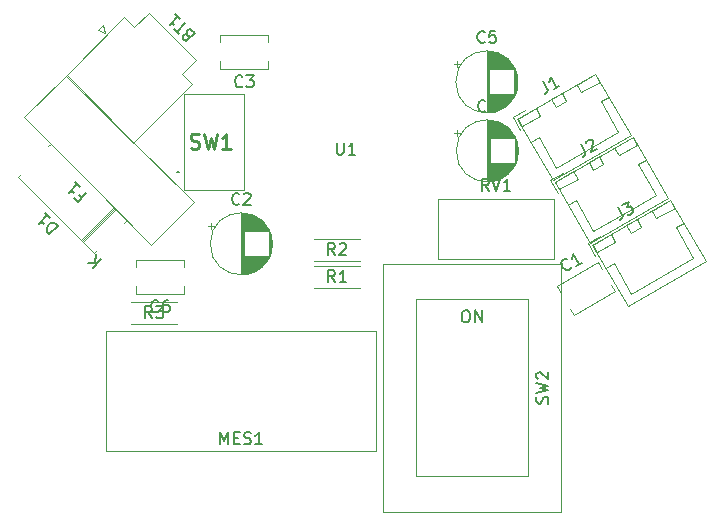
<source format=gbr>
G04 #@! TF.GenerationSoftware,KiCad,Pcbnew,(6.0.5)*
G04 #@! TF.CreationDate,2022-07-03T21:23:33+09:00*
G04 #@! TF.ProjectId,psu_board,7073755f-626f-4617-9264-2e6b69636164,rev?*
G04 #@! TF.SameCoordinates,Original*
G04 #@! TF.FileFunction,Legend,Top*
G04 #@! TF.FilePolarity,Positive*
%FSLAX46Y46*%
G04 Gerber Fmt 4.6, Leading zero omitted, Abs format (unit mm)*
G04 Created by KiCad (PCBNEW (6.0.5)) date 2022-07-03 21:23:33*
%MOMM*%
%LPD*%
G01*
G04 APERTURE LIST*
%ADD10C,0.150000*%
%ADD11C,0.254000*%
%ADD12C,0.120000*%
%ADD13C,0.200000*%
%ADD14C,0.100000*%
G04 APERTURE END LIST*
D10*
X124487397Y-102036565D02*
X124723099Y-102272268D01*
X125093489Y-101901878D02*
X124386382Y-102608985D01*
X124049664Y-102272268D01*
X124117008Y-100925398D02*
X124521069Y-101329459D01*
X124319038Y-101127428D02*
X123611932Y-101834535D01*
X123780290Y-101800863D01*
X123914977Y-101800863D01*
X124015993Y-101834535D01*
X122657583Y-104628035D02*
X121950477Y-105335142D01*
X121782118Y-105166783D01*
X121714774Y-105032096D01*
X121714774Y-104897409D01*
X121748446Y-104796394D01*
X121849461Y-104628035D01*
X121950477Y-104527020D01*
X122118835Y-104426005D01*
X122219851Y-104392333D01*
X122354538Y-104392333D01*
X122489225Y-104459676D01*
X122657583Y-104628035D01*
X121580087Y-103550539D02*
X121984148Y-103954600D01*
X121782118Y-103752569D02*
X121075011Y-104459676D01*
X121243370Y-104426005D01*
X121378057Y-104426005D01*
X121479072Y-104459676D01*
X126316020Y-107480368D02*
X125608913Y-108187475D01*
X125911959Y-107076307D02*
X125810944Y-107783414D01*
X125204852Y-107783414D02*
X126012974Y-107783414D01*
X146137333Y-107132380D02*
X145804000Y-106656190D01*
X145565904Y-107132380D02*
X145565904Y-106132380D01*
X145946857Y-106132380D01*
X146042095Y-106180000D01*
X146089714Y-106227619D01*
X146137333Y-106322857D01*
X146137333Y-106465714D01*
X146089714Y-106560952D01*
X146042095Y-106608571D01*
X145946857Y-106656190D01*
X145565904Y-106656190D01*
X146518285Y-106227619D02*
X146565904Y-106180000D01*
X146661142Y-106132380D01*
X146899238Y-106132380D01*
X146994476Y-106180000D01*
X147042095Y-106227619D01*
X147089714Y-106322857D01*
X147089714Y-106418095D01*
X147042095Y-106560952D01*
X146470666Y-107132380D01*
X147089714Y-107132380D01*
X158817333Y-89063142D02*
X158769714Y-89110761D01*
X158626857Y-89158380D01*
X158531619Y-89158380D01*
X158388761Y-89110761D01*
X158293523Y-89015523D01*
X158245904Y-88920285D01*
X158198285Y-88729809D01*
X158198285Y-88586952D01*
X158245904Y-88396476D01*
X158293523Y-88301238D01*
X158388761Y-88206000D01*
X158531619Y-88158380D01*
X158626857Y-88158380D01*
X158769714Y-88206000D01*
X158817333Y-88253619D01*
X159722095Y-88158380D02*
X159245904Y-88158380D01*
X159198285Y-88634571D01*
X159245904Y-88586952D01*
X159341142Y-88539333D01*
X159579238Y-88539333D01*
X159674476Y-88586952D01*
X159722095Y-88634571D01*
X159769714Y-88729809D01*
X159769714Y-88967904D01*
X159722095Y-89063142D01*
X159674476Y-89110761D01*
X159579238Y-89158380D01*
X159341142Y-89158380D01*
X159245904Y-89110761D01*
X159198285Y-89063142D01*
X163770016Y-92429361D02*
X164127159Y-93047951D01*
X164157348Y-93195478D01*
X164122488Y-93325576D01*
X164022580Y-93438244D01*
X163940101Y-93485863D01*
X165136041Y-92795387D02*
X164641170Y-93081101D01*
X164888605Y-92938244D02*
X164388605Y-92072218D01*
X164377555Y-92243555D01*
X164342696Y-92373653D01*
X164284027Y-92462511D01*
X130643333Y-112466380D02*
X130310000Y-111990190D01*
X130071904Y-112466380D02*
X130071904Y-111466380D01*
X130452857Y-111466380D01*
X130548095Y-111514000D01*
X130595714Y-111561619D01*
X130643333Y-111656857D01*
X130643333Y-111799714D01*
X130595714Y-111894952D01*
X130548095Y-111942571D01*
X130452857Y-111990190D01*
X130071904Y-111990190D01*
X130976666Y-111466380D02*
X131595714Y-111466380D01*
X131262380Y-111847333D01*
X131405238Y-111847333D01*
X131500476Y-111894952D01*
X131548095Y-111942571D01*
X131595714Y-112037809D01*
X131595714Y-112275904D01*
X131548095Y-112371142D01*
X131500476Y-112418761D01*
X131405238Y-112466380D01*
X131119523Y-112466380D01*
X131024285Y-112418761D01*
X130976666Y-112371142D01*
X164138761Y-119697333D02*
X164186380Y-119554476D01*
X164186380Y-119316380D01*
X164138761Y-119221142D01*
X164091142Y-119173523D01*
X163995904Y-119125904D01*
X163900666Y-119125904D01*
X163805428Y-119173523D01*
X163757809Y-119221142D01*
X163710190Y-119316380D01*
X163662571Y-119506857D01*
X163614952Y-119602095D01*
X163567333Y-119649714D01*
X163472095Y-119697333D01*
X163376857Y-119697333D01*
X163281619Y-119649714D01*
X163234000Y-119602095D01*
X163186380Y-119506857D01*
X163186380Y-119268761D01*
X163234000Y-119125904D01*
X163186380Y-118792571D02*
X164186380Y-118554476D01*
X163472095Y-118364000D01*
X164186380Y-118173523D01*
X163186380Y-117935428D01*
X163281619Y-117602095D02*
X163234000Y-117554476D01*
X163186380Y-117459238D01*
X163186380Y-117221142D01*
X163234000Y-117125904D01*
X163281619Y-117078285D01*
X163376857Y-117030666D01*
X163472095Y-117030666D01*
X163614952Y-117078285D01*
X164186380Y-117649714D01*
X164186380Y-117030666D01*
X157114952Y-111816380D02*
X157305428Y-111816380D01*
X157400666Y-111864000D01*
X157495904Y-111959238D01*
X157543523Y-112149714D01*
X157543523Y-112483047D01*
X157495904Y-112673523D01*
X157400666Y-112768761D01*
X157305428Y-112816380D01*
X157114952Y-112816380D01*
X157019714Y-112768761D01*
X156924476Y-112673523D01*
X156876857Y-112483047D01*
X156876857Y-112149714D01*
X156924476Y-111959238D01*
X157019714Y-111864000D01*
X157114952Y-111816380D01*
X157972095Y-112816380D02*
X157972095Y-111816380D01*
X158543523Y-112816380D01*
X158543523Y-111816380D01*
X146137333Y-109418380D02*
X145804000Y-108942190D01*
X145565904Y-109418380D02*
X145565904Y-108418380D01*
X145946857Y-108418380D01*
X146042095Y-108466000D01*
X146089714Y-108513619D01*
X146137333Y-108608857D01*
X146137333Y-108751714D01*
X146089714Y-108846952D01*
X146042095Y-108894571D01*
X145946857Y-108942190D01*
X145565904Y-108942190D01*
X147089714Y-109418380D02*
X146518285Y-109418380D01*
X146804000Y-109418380D02*
X146804000Y-108418380D01*
X146708761Y-108561238D01*
X146613523Y-108656476D01*
X146518285Y-108704095D01*
X133639971Y-88457339D02*
X133572627Y-88322652D01*
X133572627Y-88255309D01*
X133606299Y-88154293D01*
X133707314Y-88053278D01*
X133808330Y-88019606D01*
X133875673Y-88019606D01*
X133976688Y-88053278D01*
X134246062Y-88322652D01*
X133538956Y-89029759D01*
X133303253Y-88794057D01*
X133269582Y-88693041D01*
X133269582Y-88625698D01*
X133303253Y-88524683D01*
X133370597Y-88457339D01*
X133471612Y-88423667D01*
X133538956Y-88423667D01*
X133639971Y-88457339D01*
X133875673Y-88693041D01*
X132932864Y-88423667D02*
X132528803Y-88019606D01*
X133437940Y-87514530D02*
X132730833Y-88221637D01*
X132629818Y-86706408D02*
X133033879Y-87110469D01*
X132831849Y-86908438D02*
X132124742Y-87615545D01*
X132293101Y-87581873D01*
X132427788Y-87581873D01*
X132528803Y-87615545D01*
X158857333Y-94905142D02*
X158809714Y-94952761D01*
X158666857Y-95000380D01*
X158571619Y-95000380D01*
X158428761Y-94952761D01*
X158333523Y-94857523D01*
X158285904Y-94762285D01*
X158238285Y-94571809D01*
X158238285Y-94428952D01*
X158285904Y-94238476D01*
X158333523Y-94143238D01*
X158428761Y-94048000D01*
X158571619Y-94000380D01*
X158666857Y-94000380D01*
X158809714Y-94048000D01*
X158857333Y-94095619D01*
X159714476Y-94333714D02*
X159714476Y-95000380D01*
X159476380Y-93952761D02*
X159238285Y-94667047D01*
X159857333Y-94667047D01*
X136437904Y-123134380D02*
X136437904Y-122134380D01*
X136771238Y-122848666D01*
X137104571Y-122134380D01*
X137104571Y-123134380D01*
X137580761Y-122610571D02*
X137914095Y-122610571D01*
X138056952Y-123134380D02*
X137580761Y-123134380D01*
X137580761Y-122134380D01*
X138056952Y-122134380D01*
X138437904Y-123086761D02*
X138580761Y-123134380D01*
X138818857Y-123134380D01*
X138914095Y-123086761D01*
X138961714Y-123039142D01*
X139009333Y-122943904D01*
X139009333Y-122848666D01*
X138961714Y-122753428D01*
X138914095Y-122705809D01*
X138818857Y-122658190D01*
X138628380Y-122610571D01*
X138533142Y-122562952D01*
X138485523Y-122515333D01*
X138437904Y-122420095D01*
X138437904Y-122324857D01*
X138485523Y-122229619D01*
X138533142Y-122182000D01*
X138628380Y-122134380D01*
X138866476Y-122134380D01*
X139009333Y-122182000D01*
X139961714Y-123134380D02*
X139390285Y-123134380D01*
X139676000Y-123134380D02*
X139676000Y-122134380D01*
X139580761Y-122277238D01*
X139485523Y-122372476D01*
X139390285Y-122420095D01*
X166945016Y-97763361D02*
X167302159Y-98381951D01*
X167332348Y-98529478D01*
X167297488Y-98659576D01*
X167197580Y-98772244D01*
X167115101Y-98819863D01*
X167363789Y-97631554D02*
X167381218Y-97566505D01*
X167439888Y-97477647D01*
X167646084Y-97358599D01*
X167752372Y-97352220D01*
X167817421Y-97369649D01*
X167906279Y-97428318D01*
X167953898Y-97510797D01*
X167984088Y-97658324D01*
X167774930Y-98438910D01*
X168311041Y-98129387D01*
X138029333Y-102779142D02*
X137981714Y-102826761D01*
X137838857Y-102874380D01*
X137743619Y-102874380D01*
X137600761Y-102826761D01*
X137505523Y-102731523D01*
X137457904Y-102636285D01*
X137410285Y-102445809D01*
X137410285Y-102302952D01*
X137457904Y-102112476D01*
X137505523Y-102017238D01*
X137600761Y-101922000D01*
X137743619Y-101874380D01*
X137838857Y-101874380D01*
X137981714Y-101922000D01*
X138029333Y-101969619D01*
X138410285Y-101969619D02*
X138457904Y-101922000D01*
X138553142Y-101874380D01*
X138791238Y-101874380D01*
X138886476Y-101922000D01*
X138934095Y-101969619D01*
X138981714Y-102064857D01*
X138981714Y-102160095D01*
X138934095Y-102302952D01*
X138362666Y-102874380D01*
X138981714Y-102874380D01*
X131171333Y-111873142D02*
X131123714Y-111920761D01*
X130980857Y-111968380D01*
X130885619Y-111968380D01*
X130742761Y-111920761D01*
X130647523Y-111825523D01*
X130599904Y-111730285D01*
X130552285Y-111539809D01*
X130552285Y-111396952D01*
X130599904Y-111206476D01*
X130647523Y-111111238D01*
X130742761Y-111016000D01*
X130885619Y-110968380D01*
X130980857Y-110968380D01*
X131123714Y-111016000D01*
X131171333Y-111063619D01*
X132028476Y-110968380D02*
X131838000Y-110968380D01*
X131742761Y-111016000D01*
X131695142Y-111063619D01*
X131599904Y-111206476D01*
X131552285Y-111396952D01*
X131552285Y-111777904D01*
X131599904Y-111873142D01*
X131647523Y-111920761D01*
X131742761Y-111968380D01*
X131933238Y-111968380D01*
X132028476Y-111920761D01*
X132076095Y-111873142D01*
X132123714Y-111777904D01*
X132123714Y-111539809D01*
X132076095Y-111444571D01*
X132028476Y-111396952D01*
X131933238Y-111349333D01*
X131742761Y-111349333D01*
X131647523Y-111396952D01*
X131599904Y-111444571D01*
X131552285Y-111539809D01*
X170120016Y-103097361D02*
X170477159Y-103715951D01*
X170507348Y-103863478D01*
X170472488Y-103993576D01*
X170372580Y-104106244D01*
X170290101Y-104153863D01*
X170449930Y-102906885D02*
X170986041Y-102597361D01*
X170887842Y-103093942D01*
X171011560Y-103022514D01*
X171117848Y-103016134D01*
X171182897Y-103033564D01*
X171271756Y-103092233D01*
X171390803Y-103298429D01*
X171397183Y-103404717D01*
X171379753Y-103469766D01*
X171321084Y-103558625D01*
X171073648Y-103701482D01*
X170967360Y-103707862D01*
X170902311Y-103690432D01*
X159170761Y-101694380D02*
X158837428Y-101218190D01*
X158599333Y-101694380D02*
X158599333Y-100694380D01*
X158980285Y-100694380D01*
X159075523Y-100742000D01*
X159123142Y-100789619D01*
X159170761Y-100884857D01*
X159170761Y-101027714D01*
X159123142Y-101122952D01*
X159075523Y-101170571D01*
X158980285Y-101218190D01*
X158599333Y-101218190D01*
X159456476Y-100694380D02*
X159789809Y-101694380D01*
X160123142Y-100694380D01*
X160980285Y-101694380D02*
X160408857Y-101694380D01*
X160694571Y-101694380D02*
X160694571Y-100694380D01*
X160599333Y-100837238D01*
X160504095Y-100932476D01*
X160408857Y-100980095D01*
D11*
X133916666Y-98050047D02*
X134098095Y-98110523D01*
X134400476Y-98110523D01*
X134521428Y-98050047D01*
X134581904Y-97989571D01*
X134642380Y-97868619D01*
X134642380Y-97747666D01*
X134581904Y-97626714D01*
X134521428Y-97566238D01*
X134400476Y-97505761D01*
X134158571Y-97445285D01*
X134037619Y-97384809D01*
X133977142Y-97324333D01*
X133916666Y-97203380D01*
X133916666Y-97082428D01*
X133977142Y-96961476D01*
X134037619Y-96901000D01*
X134158571Y-96840523D01*
X134460952Y-96840523D01*
X134642380Y-96901000D01*
X135065714Y-96840523D02*
X135368095Y-98110523D01*
X135610000Y-97203380D01*
X135851904Y-98110523D01*
X136154285Y-96840523D01*
X137303333Y-98110523D02*
X136577619Y-98110523D01*
X136940476Y-98110523D02*
X136940476Y-96840523D01*
X136819523Y-97021952D01*
X136698571Y-97142904D01*
X136577619Y-97203380D01*
D10*
X146288095Y-97619380D02*
X146288095Y-98428904D01*
X146335714Y-98524142D01*
X146383333Y-98571761D01*
X146478571Y-98619380D01*
X146669047Y-98619380D01*
X146764285Y-98571761D01*
X146811904Y-98524142D01*
X146859523Y-98428904D01*
X146859523Y-97619380D01*
X147859523Y-98619380D02*
X147288095Y-98619380D01*
X147573809Y-98619380D02*
X147573809Y-97619380D01*
X147478571Y-97762238D01*
X147383333Y-97857476D01*
X147288095Y-97905095D01*
X138283333Y-92823142D02*
X138235714Y-92870761D01*
X138092857Y-92918380D01*
X137997619Y-92918380D01*
X137854761Y-92870761D01*
X137759523Y-92775523D01*
X137711904Y-92680285D01*
X137664285Y-92489809D01*
X137664285Y-92346952D01*
X137711904Y-92156476D01*
X137759523Y-92061238D01*
X137854761Y-91966000D01*
X137997619Y-91918380D01*
X138092857Y-91918380D01*
X138235714Y-91966000D01*
X138283333Y-92013619D01*
X138616666Y-91918380D02*
X139235714Y-91918380D01*
X138902380Y-92299333D01*
X139045238Y-92299333D01*
X139140476Y-92346952D01*
X139188095Y-92394571D01*
X139235714Y-92489809D01*
X139235714Y-92727904D01*
X139188095Y-92823142D01*
X139140476Y-92870761D01*
X139045238Y-92918380D01*
X138759523Y-92918380D01*
X138664285Y-92870761D01*
X138616666Y-92823142D01*
X166145234Y-108166263D02*
X166127805Y-108231311D01*
X166027896Y-108343979D01*
X165945418Y-108391598D01*
X165797890Y-108421788D01*
X165667792Y-108386928D01*
X165578934Y-108328259D01*
X165442457Y-108187111D01*
X165371028Y-108063393D01*
X165317029Y-107874627D01*
X165310650Y-107768339D01*
X165345509Y-107638241D01*
X165445418Y-107525573D01*
X165527896Y-107477954D01*
X165675424Y-107447765D01*
X165740472Y-107465194D01*
X167017640Y-107772551D02*
X166522768Y-108058265D01*
X166770204Y-107915408D02*
X166270204Y-107049382D01*
X166259154Y-107220719D01*
X166224294Y-107350817D01*
X166165625Y-107439675D01*
D12*
X119812075Y-95464177D02*
X125200229Y-100852330D01*
X128792331Y-97260228D02*
X123404177Y-91872074D01*
X125200229Y-100852330D02*
X130588382Y-106240484D01*
X134180485Y-102648382D02*
X128792331Y-97260228D01*
X130588382Y-106240484D02*
X134180485Y-102648382D01*
X123404177Y-91872074D02*
X119812075Y-95464177D01*
X124725535Y-105921536D02*
X127511536Y-103135535D01*
X128540376Y-104164375D02*
X122077420Y-97701419D01*
X119291419Y-100487420D02*
X119524764Y-100254075D01*
X125987720Y-106717031D02*
X125754375Y-106950376D01*
X124810388Y-106006388D02*
X127596388Y-103220388D01*
X122077420Y-97701419D02*
X121844075Y-97934764D01*
X125754375Y-106950376D02*
X119291419Y-100487420D01*
X124640682Y-105836683D02*
X127426683Y-103050682D01*
X128307031Y-104397720D02*
X128540376Y-104164375D01*
X148224000Y-107600000D02*
X144384000Y-107600000D01*
X148224000Y-105760000D02*
X144384000Y-105760000D01*
X159785000Y-93496000D02*
X159785000Y-94911000D01*
X160105000Y-93496000D02*
X160105000Y-94785000D01*
X160305000Y-93496000D02*
X160305000Y-94680000D01*
X160785000Y-90592000D02*
X160785000Y-91416000D01*
X160225000Y-93496000D02*
X160225000Y-94724000D01*
X159825000Y-93496000D02*
X159825000Y-94898000D01*
X160985000Y-90803000D02*
X160985000Y-91416000D01*
X160025000Y-90091000D02*
X160025000Y-91416000D01*
X161505000Y-91779000D02*
X161505000Y-93133000D01*
X156429225Y-90731000D02*
X156429225Y-91231000D01*
X159705000Y-89976000D02*
X159705000Y-91416000D01*
X160505000Y-90361000D02*
X160505000Y-91416000D01*
X159785000Y-90001000D02*
X159785000Y-91416000D01*
X160545000Y-90391000D02*
X160545000Y-91416000D01*
X160065000Y-93496000D02*
X160065000Y-94804000D01*
X160705000Y-90519000D02*
X160705000Y-91416000D01*
X159945000Y-90058000D02*
X159945000Y-91416000D01*
X160625000Y-93496000D02*
X160625000Y-94460000D01*
X160785000Y-93496000D02*
X160785000Y-94320000D01*
X160265000Y-93496000D02*
X160265000Y-94703000D01*
X161185000Y-91073000D02*
X161185000Y-91416000D01*
X161025000Y-93496000D02*
X161025000Y-94061000D01*
X159945000Y-93496000D02*
X159945000Y-94854000D01*
X160945000Y-90757000D02*
X160945000Y-91416000D01*
X160665000Y-93496000D02*
X160665000Y-94427000D01*
X160305000Y-90232000D02*
X160305000Y-91416000D01*
X159424000Y-89913000D02*
X159424000Y-91416000D01*
X159664000Y-89965000D02*
X159664000Y-91416000D01*
X160865000Y-90671000D02*
X160865000Y-91416000D01*
X159504000Y-93496000D02*
X159504000Y-94984000D01*
X161065000Y-93496000D02*
X161065000Y-94010000D01*
X161385000Y-91445000D02*
X161385000Y-93467000D01*
X161265000Y-91205000D02*
X161265000Y-91416000D01*
X161465000Y-91651000D02*
X161465000Y-93261000D01*
X160505000Y-93496000D02*
X160505000Y-94551000D01*
X160665000Y-90485000D02*
X160665000Y-91416000D01*
X160145000Y-93496000D02*
X160145000Y-94766000D01*
X159224000Y-93496000D02*
X159224000Y-95025000D01*
X160745000Y-93496000D02*
X160745000Y-94357000D01*
X161105000Y-93496000D02*
X161105000Y-93956000D01*
X161185000Y-93496000D02*
X161185000Y-93839000D01*
X159745000Y-93496000D02*
X159745000Y-94924000D01*
X160985000Y-93496000D02*
X160985000Y-94109000D01*
X159264000Y-89891000D02*
X159264000Y-91416000D01*
X159504000Y-89928000D02*
X159504000Y-91416000D01*
X159745000Y-89988000D02*
X159745000Y-91416000D01*
X160345000Y-93496000D02*
X160345000Y-94656000D01*
X160025000Y-93496000D02*
X160025000Y-94821000D01*
X159825000Y-90014000D02*
X159825000Y-91416000D01*
X159624000Y-89955000D02*
X159624000Y-91416000D01*
X159624000Y-93496000D02*
X159624000Y-94957000D01*
X160585000Y-90421000D02*
X160585000Y-91416000D01*
X160185000Y-90166000D02*
X160185000Y-91416000D01*
X159384000Y-93496000D02*
X159384000Y-95006000D01*
X159344000Y-89900000D02*
X159344000Y-91416000D01*
X159985000Y-90074000D02*
X159985000Y-91416000D01*
X161145000Y-93496000D02*
X161145000Y-93899000D01*
X159304000Y-89895000D02*
X159304000Y-91416000D01*
X160425000Y-93496000D02*
X160425000Y-94605000D01*
X161105000Y-90956000D02*
X161105000Y-91416000D01*
X159464000Y-89920000D02*
X159464000Y-91416000D01*
X161585000Y-92172000D02*
X161585000Y-92740000D01*
X161145000Y-91013000D02*
X161145000Y-91416000D01*
X161345000Y-91358000D02*
X161345000Y-93554000D01*
X161025000Y-90851000D02*
X161025000Y-91416000D01*
X160465000Y-90334000D02*
X160465000Y-91416000D01*
X156179225Y-90981000D02*
X156679225Y-90981000D01*
X160905000Y-93496000D02*
X160905000Y-94199000D01*
X161305000Y-91278000D02*
X161305000Y-93634000D01*
X161225000Y-93496000D02*
X161225000Y-93775000D01*
X160825000Y-93496000D02*
X160825000Y-94282000D01*
X159464000Y-93496000D02*
X159464000Y-94992000D01*
X159584000Y-89945000D02*
X159584000Y-91416000D01*
X160345000Y-90256000D02*
X160345000Y-91416000D01*
X159865000Y-93496000D02*
X159865000Y-94884000D01*
X159705000Y-93496000D02*
X159705000Y-94936000D01*
X159985000Y-93496000D02*
X159985000Y-94838000D01*
X160065000Y-90108000D02*
X160065000Y-91416000D01*
X161265000Y-93496000D02*
X161265000Y-93707000D01*
X159424000Y-93496000D02*
X159424000Y-94999000D01*
X159384000Y-89906000D02*
X159384000Y-91416000D01*
X159905000Y-93496000D02*
X159905000Y-94870000D01*
X159544000Y-89936000D02*
X159544000Y-91416000D01*
X160745000Y-90555000D02*
X160745000Y-91416000D01*
X159224000Y-89887000D02*
X159224000Y-91416000D01*
X159905000Y-90042000D02*
X159905000Y-91416000D01*
X160225000Y-90188000D02*
X160225000Y-91416000D01*
X159264000Y-93496000D02*
X159264000Y-95021000D01*
X159584000Y-93496000D02*
X159584000Y-94967000D01*
X160265000Y-90209000D02*
X160265000Y-91416000D01*
X160185000Y-93496000D02*
X160185000Y-94746000D01*
X159664000Y-93496000D02*
X159664000Y-94947000D01*
X160825000Y-90630000D02*
X160825000Y-91416000D01*
X159544000Y-93496000D02*
X159544000Y-94976000D01*
X160585000Y-93496000D02*
X160585000Y-94491000D01*
X159184000Y-89883000D02*
X159184000Y-95029000D01*
X159304000Y-93496000D02*
X159304000Y-95017000D01*
X160425000Y-90307000D02*
X160425000Y-91416000D01*
X161545000Y-91938000D02*
X161545000Y-92974000D01*
X159865000Y-90028000D02*
X159865000Y-91416000D01*
X159344000Y-93496000D02*
X159344000Y-95012000D01*
X160465000Y-93496000D02*
X160465000Y-94578000D01*
X160705000Y-93496000D02*
X160705000Y-94393000D01*
X161225000Y-91137000D02*
X161225000Y-91416000D01*
X160385000Y-90281000D02*
X160385000Y-91416000D01*
X161065000Y-90902000D02*
X161065000Y-91416000D01*
X159024000Y-89876000D02*
X159024000Y-95036000D01*
X160145000Y-90146000D02*
X160145000Y-91416000D01*
X160945000Y-93496000D02*
X160945000Y-94155000D01*
X160865000Y-93496000D02*
X160865000Y-94241000D01*
X159104000Y-89878000D02*
X159104000Y-95034000D01*
X161425000Y-91541000D02*
X161425000Y-93371000D01*
X160905000Y-90713000D02*
X160905000Y-91416000D01*
X159064000Y-89877000D02*
X159064000Y-95035000D01*
X160545000Y-93496000D02*
X160545000Y-94521000D01*
X160105000Y-90127000D02*
X160105000Y-91416000D01*
X160625000Y-90452000D02*
X160625000Y-91416000D01*
X160385000Y-93496000D02*
X160385000Y-94631000D01*
X158984000Y-89876000D02*
X158984000Y-95036000D01*
X159144000Y-89880000D02*
X159144000Y-95032000D01*
X161604000Y-92456000D02*
G75*
G03*
X161604000Y-92456000I-2620000J0D01*
G01*
X166614552Y-92689575D02*
X166989552Y-93339094D01*
X162264328Y-94854767D02*
X161181797Y-95479767D01*
X168548397Y-92439094D02*
X168173397Y-91789575D01*
X164824488Y-94589094D02*
X165690513Y-94089094D01*
X163150450Y-94689575D02*
X161591604Y-95589575D01*
X165315513Y-93439575D02*
X164449488Y-93939575D01*
X168173397Y-91789575D02*
X166614552Y-92689575D01*
X161577944Y-95585915D02*
X164562944Y-100756086D01*
X170123878Y-96667907D02*
X167482501Y-98192907D01*
X164841123Y-99717907D02*
X167482501Y-98192907D01*
X164562944Y-100756086D02*
X171162058Y-96946086D01*
X163366123Y-97163132D02*
X164841123Y-99717907D01*
X163525450Y-95339094D02*
X163150450Y-94689575D01*
X164449488Y-93939575D02*
X164824488Y-94589094D01*
X168177058Y-91775915D02*
X161577944Y-95585915D01*
X162716604Y-97538132D02*
X163366123Y-97163132D01*
X166989552Y-93339094D02*
X168548397Y-92439094D01*
X161591604Y-95589575D02*
X161966604Y-96239094D01*
X161181797Y-95479767D02*
X161806797Y-96562299D01*
X161966604Y-96239094D02*
X163525450Y-95339094D01*
X168648878Y-94113132D02*
X170123878Y-96667907D01*
X169298397Y-93738132D02*
X168648878Y-94113132D01*
X171162058Y-96946086D02*
X168177058Y-91775915D01*
X165690513Y-94089094D02*
X165315513Y-93439575D01*
X132730000Y-111094000D02*
X128890000Y-111094000D01*
X132730000Y-112934000D02*
X128890000Y-112934000D01*
X153034000Y-110864000D02*
X153034000Y-125864000D01*
X150234000Y-107864000D02*
X150234000Y-128864000D01*
X157734000Y-107864000D02*
X150234000Y-107864000D01*
X157734000Y-110864000D02*
X153034000Y-110864000D01*
X165234000Y-128864000D02*
X165234000Y-107864000D01*
X162434000Y-125864000D02*
X162434000Y-110864000D01*
X153034000Y-125864000D02*
X162434000Y-125864000D01*
X165234000Y-107864000D02*
X157734000Y-107864000D01*
X162434000Y-110864000D02*
X157734000Y-110864000D01*
X150234000Y-128864000D02*
X165234000Y-128864000D01*
X144384000Y-109886000D02*
X148224000Y-109886000D01*
X144384000Y-108046000D02*
X148224000Y-108046000D01*
X126459807Y-87681543D02*
X126671939Y-88317939D01*
X126671939Y-88317939D02*
X126035543Y-88105807D01*
X126035543Y-88105807D02*
X126459807Y-87681543D01*
X133170250Y-91832259D02*
X134018778Y-92680788D01*
X134018778Y-92680788D02*
X129054889Y-97644677D01*
X128305355Y-86967365D02*
X129153883Y-87815893D01*
X134372332Y-90630178D02*
X133170250Y-91832259D01*
X123341466Y-91931254D02*
X128305355Y-86967365D01*
X129153883Y-87815893D02*
X130355965Y-86613811D01*
X129054889Y-97644677D02*
X123341466Y-91931254D01*
X130355965Y-86613811D02*
X134372332Y-90630178D01*
X159865000Y-95856000D02*
X159865000Y-97258000D01*
X160625000Y-99338000D02*
X160625000Y-100333000D01*
X160225000Y-96008000D02*
X160225000Y-97258000D01*
X161025000Y-96645000D02*
X161025000Y-97258000D01*
X160425000Y-99338000D02*
X160425000Y-100473000D01*
X160345000Y-99338000D02*
X160345000Y-100522000D01*
X160705000Y-99338000D02*
X160705000Y-100269000D01*
X160065000Y-95933000D02*
X160065000Y-97258000D01*
X160585000Y-96233000D02*
X160585000Y-97258000D01*
X161065000Y-99338000D02*
X161065000Y-99903000D01*
X159384000Y-95742000D02*
X159384000Y-97258000D01*
X161625000Y-98014000D02*
X161625000Y-98582000D01*
X156219225Y-96823000D02*
X156719225Y-96823000D01*
X160625000Y-96263000D02*
X160625000Y-97258000D01*
X160025000Y-99338000D02*
X160025000Y-100680000D01*
X161105000Y-99338000D02*
X161105000Y-99852000D01*
X160985000Y-99338000D02*
X160985000Y-99997000D01*
X160665000Y-99338000D02*
X160665000Y-100302000D01*
X159985000Y-99338000D02*
X159985000Y-100696000D01*
X160385000Y-96098000D02*
X160385000Y-97258000D01*
X159745000Y-95818000D02*
X159745000Y-97258000D01*
X160825000Y-99338000D02*
X160825000Y-100162000D01*
X160265000Y-99338000D02*
X160265000Y-100566000D01*
X160465000Y-99338000D02*
X160465000Y-100447000D01*
X161265000Y-96979000D02*
X161265000Y-97258000D01*
X159624000Y-99338000D02*
X159624000Y-100809000D01*
X160185000Y-95988000D02*
X160185000Y-97258000D01*
X161105000Y-96744000D02*
X161105000Y-97258000D01*
X159144000Y-95720000D02*
X159144000Y-100876000D01*
X159785000Y-99338000D02*
X159785000Y-100766000D01*
X160585000Y-99338000D02*
X160585000Y-100363000D01*
X159584000Y-99338000D02*
X159584000Y-100818000D01*
X159384000Y-99338000D02*
X159384000Y-100854000D01*
X159664000Y-99338000D02*
X159664000Y-100799000D01*
X159304000Y-95733000D02*
X159304000Y-97258000D01*
X161345000Y-97120000D02*
X161345000Y-99476000D01*
X160065000Y-99338000D02*
X160065000Y-100663000D01*
X159464000Y-95755000D02*
X159464000Y-97258000D01*
X159024000Y-95718000D02*
X159024000Y-100878000D01*
X160185000Y-99338000D02*
X160185000Y-100608000D01*
X160905000Y-96513000D02*
X160905000Y-97258000D01*
X160385000Y-99338000D02*
X160385000Y-100498000D01*
X159544000Y-95770000D02*
X159544000Y-97258000D01*
X160305000Y-99338000D02*
X160305000Y-100545000D01*
X159224000Y-95725000D02*
X159224000Y-100871000D01*
X161025000Y-99338000D02*
X161025000Y-99951000D01*
X159905000Y-95870000D02*
X159905000Y-97258000D01*
X159064000Y-95718000D02*
X159064000Y-100878000D01*
X160425000Y-96123000D02*
X160425000Y-97258000D01*
X160345000Y-96074000D02*
X160345000Y-97258000D01*
X160865000Y-96472000D02*
X160865000Y-97258000D01*
X159704000Y-95807000D02*
X159704000Y-97258000D01*
X160145000Y-99338000D02*
X160145000Y-100627000D01*
X159664000Y-95797000D02*
X159664000Y-97258000D01*
X161145000Y-96798000D02*
X161145000Y-97258000D01*
X161385000Y-97200000D02*
X161385000Y-99396000D01*
X161065000Y-96693000D02*
X161065000Y-97258000D01*
X159424000Y-95748000D02*
X159424000Y-97258000D01*
X161265000Y-99338000D02*
X161265000Y-99617000D01*
X160105000Y-99338000D02*
X160105000Y-100646000D01*
X161505000Y-97493000D02*
X161505000Y-99103000D01*
X160865000Y-99338000D02*
X160865000Y-100124000D01*
X161545000Y-97621000D02*
X161545000Y-98975000D01*
X160225000Y-99338000D02*
X160225000Y-100588000D01*
X156469225Y-96573000D02*
X156469225Y-97073000D01*
X160945000Y-99338000D02*
X160945000Y-100041000D01*
X160705000Y-96327000D02*
X160705000Y-97258000D01*
X160825000Y-96434000D02*
X160825000Y-97258000D01*
X160025000Y-95916000D02*
X160025000Y-97258000D01*
X160905000Y-99338000D02*
X160905000Y-100083000D01*
X159785000Y-95830000D02*
X159785000Y-97258000D01*
X159344000Y-95737000D02*
X159344000Y-97258000D01*
X161425000Y-97287000D02*
X161425000Y-99309000D01*
X159424000Y-99338000D02*
X159424000Y-100848000D01*
X161185000Y-99338000D02*
X161185000Y-99741000D01*
X160145000Y-95969000D02*
X160145000Y-97258000D01*
X160305000Y-96051000D02*
X160305000Y-97258000D01*
X159544000Y-99338000D02*
X159544000Y-100826000D01*
X159464000Y-99338000D02*
X159464000Y-100841000D01*
X159344000Y-99338000D02*
X159344000Y-100859000D01*
X161145000Y-99338000D02*
X161145000Y-99798000D01*
X159264000Y-99338000D02*
X159264000Y-100867000D01*
X159865000Y-99338000D02*
X159865000Y-100740000D01*
X159504000Y-99338000D02*
X159504000Y-100834000D01*
X160545000Y-99338000D02*
X160545000Y-100393000D01*
X159905000Y-99338000D02*
X159905000Y-100726000D01*
X160745000Y-99338000D02*
X160745000Y-100235000D01*
X159584000Y-95778000D02*
X159584000Y-97258000D01*
X160785000Y-99338000D02*
X160785000Y-100199000D01*
X161305000Y-97047000D02*
X161305000Y-97258000D01*
X160985000Y-96599000D02*
X160985000Y-97258000D01*
X160785000Y-96397000D02*
X160785000Y-97258000D01*
X159985000Y-95900000D02*
X159985000Y-97258000D01*
X160105000Y-95950000D02*
X160105000Y-97258000D01*
X159945000Y-99338000D02*
X159945000Y-100712000D01*
X160745000Y-96361000D02*
X160745000Y-97258000D01*
X161185000Y-96855000D02*
X161185000Y-97258000D01*
X160505000Y-96176000D02*
X160505000Y-97258000D01*
X160665000Y-96294000D02*
X160665000Y-97258000D01*
X161225000Y-96915000D02*
X161225000Y-97258000D01*
X160505000Y-99338000D02*
X160505000Y-100420000D01*
X160465000Y-96149000D02*
X160465000Y-97258000D01*
X159264000Y-95729000D02*
X159264000Y-97258000D01*
X160265000Y-96030000D02*
X160265000Y-97258000D01*
X159945000Y-95884000D02*
X159945000Y-97258000D01*
X161465000Y-97383000D02*
X161465000Y-99213000D01*
X160945000Y-96555000D02*
X160945000Y-97258000D01*
X159825000Y-95843000D02*
X159825000Y-97258000D01*
X159184000Y-95722000D02*
X159184000Y-100874000D01*
X161585000Y-97780000D02*
X161585000Y-98816000D01*
X159504000Y-95762000D02*
X159504000Y-97258000D01*
X159624000Y-95787000D02*
X159624000Y-97258000D01*
X159825000Y-99338000D02*
X159825000Y-100753000D01*
X159304000Y-99338000D02*
X159304000Y-100863000D01*
X159104000Y-95719000D02*
X159104000Y-100877000D01*
X160545000Y-96203000D02*
X160545000Y-97258000D01*
X159745000Y-99338000D02*
X159745000Y-100778000D01*
X159704000Y-99338000D02*
X159704000Y-100789000D01*
X161225000Y-99338000D02*
X161225000Y-99681000D01*
X161305000Y-99338000D02*
X161305000Y-99549000D01*
X161644000Y-98298000D02*
G75*
G03*
X161644000Y-98298000I-2620000J0D01*
G01*
X126746000Y-123698000D02*
X126746000Y-113538000D01*
X149606000Y-113538000D02*
X149606000Y-123698000D01*
X126746000Y-113538000D02*
X138176000Y-113538000D01*
X138176000Y-113538000D02*
X149606000Y-113538000D01*
X149606000Y-123698000D02*
X138176000Y-123698000D01*
X138176000Y-123698000D02*
X126746000Y-123698000D01*
X170164552Y-98673094D02*
X171723397Y-97773094D01*
X168490513Y-98773575D02*
X167624488Y-99273575D01*
X172473397Y-99072132D02*
X171823878Y-99447132D01*
X164766604Y-100923575D02*
X165141604Y-101573094D01*
X164752944Y-100919915D02*
X167737944Y-106090086D01*
X174337058Y-102280086D02*
X171352058Y-97109915D01*
X165141604Y-101573094D02*
X166700450Y-100673094D01*
X164356797Y-100813767D02*
X164981797Y-101896299D01*
X169789552Y-98023575D02*
X170164552Y-98673094D01*
X167624488Y-99273575D02*
X167999488Y-99923094D01*
X165439328Y-100188767D02*
X164356797Y-100813767D01*
X171348397Y-97123575D02*
X169789552Y-98023575D01*
X166541123Y-102497132D02*
X168016123Y-105051907D01*
X171823878Y-99447132D02*
X173298878Y-102001907D01*
X167737944Y-106090086D02*
X174337058Y-102280086D01*
X171723397Y-97773094D02*
X171348397Y-97123575D01*
X165891604Y-102872132D02*
X166541123Y-102497132D01*
X167999488Y-99923094D02*
X168865513Y-99423094D01*
X168016123Y-105051907D02*
X170657501Y-103526907D01*
X168865513Y-99423094D02*
X168490513Y-98773575D01*
X171352058Y-97109915D02*
X164752944Y-100919915D01*
X166700450Y-100673094D02*
X166325450Y-100023575D01*
X173298878Y-102001907D02*
X170657501Y-103526907D01*
X166325450Y-100023575D02*
X164766604Y-100923575D01*
X139317000Y-107212000D02*
X139317000Y-108501000D01*
X140037000Y-107212000D02*
X140037000Y-107998000D01*
X135641225Y-104447000D02*
X135641225Y-104947000D01*
X138796000Y-107212000D02*
X138796000Y-108683000D01*
X140637000Y-105257000D02*
X140637000Y-107087000D01*
X135391225Y-104697000D02*
X135891225Y-104697000D01*
X139157000Y-103774000D02*
X139157000Y-105132000D01*
X138876000Y-103681000D02*
X138876000Y-105132000D01*
X138276000Y-103593000D02*
X138276000Y-108751000D01*
X138796000Y-103661000D02*
X138796000Y-105132000D01*
X138356000Y-103596000D02*
X138356000Y-108748000D01*
X139997000Y-104308000D02*
X139997000Y-105132000D01*
X140557000Y-105074000D02*
X140557000Y-107270000D01*
X139837000Y-107212000D02*
X139837000Y-108176000D01*
X139197000Y-107212000D02*
X139197000Y-108554000D01*
X140397000Y-104789000D02*
X140397000Y-105132000D01*
X139717000Y-104077000D02*
X139717000Y-105132000D01*
X139837000Y-104168000D02*
X139837000Y-105132000D01*
X140437000Y-107212000D02*
X140437000Y-107491000D01*
X139157000Y-107212000D02*
X139157000Y-108570000D01*
X139797000Y-107212000D02*
X139797000Y-108207000D01*
X139637000Y-104023000D02*
X139637000Y-105132000D01*
X140277000Y-104618000D02*
X140277000Y-105132000D01*
X139357000Y-107212000D02*
X139357000Y-108482000D01*
X139437000Y-103904000D02*
X139437000Y-105132000D01*
X138836000Y-107212000D02*
X138836000Y-108673000D01*
X139477000Y-107212000D02*
X139477000Y-108419000D01*
X138676000Y-107212000D02*
X138676000Y-108708000D01*
X138316000Y-103594000D02*
X138316000Y-108750000D01*
X140317000Y-107212000D02*
X140317000Y-107672000D01*
X138556000Y-107212000D02*
X138556000Y-108728000D01*
X140077000Y-104387000D02*
X140077000Y-105132000D01*
X140597000Y-105161000D02*
X140597000Y-107183000D01*
X139357000Y-103862000D02*
X139357000Y-105132000D01*
X139757000Y-107212000D02*
X139757000Y-108237000D01*
X140717000Y-105495000D02*
X140717000Y-106849000D01*
X139237000Y-107212000D02*
X139237000Y-108537000D01*
X140157000Y-104473000D02*
X140157000Y-105132000D01*
X138716000Y-107212000D02*
X138716000Y-108700000D01*
X138236000Y-103592000D02*
X138236000Y-108752000D01*
X138516000Y-103611000D02*
X138516000Y-105132000D01*
X138676000Y-103636000D02*
X138676000Y-105132000D01*
X139517000Y-107212000D02*
X139517000Y-108396000D01*
X139877000Y-107212000D02*
X139877000Y-108143000D01*
X140477000Y-107212000D02*
X140477000Y-107423000D01*
X138596000Y-107212000D02*
X138596000Y-108722000D01*
X139637000Y-107212000D02*
X139637000Y-108321000D01*
X140517000Y-104994000D02*
X140517000Y-107350000D01*
X139397000Y-107212000D02*
X139397000Y-108462000D01*
X138876000Y-107212000D02*
X138876000Y-108663000D01*
X138596000Y-103622000D02*
X138596000Y-105132000D01*
X138636000Y-107212000D02*
X138636000Y-108715000D01*
X138476000Y-107212000D02*
X138476000Y-108737000D01*
X140077000Y-107212000D02*
X140077000Y-107957000D01*
X138756000Y-107212000D02*
X138756000Y-108692000D01*
X139317000Y-103843000D02*
X139317000Y-105132000D01*
X139717000Y-107212000D02*
X139717000Y-108267000D01*
X140237000Y-104567000D02*
X140237000Y-105132000D01*
X139677000Y-104050000D02*
X139677000Y-105132000D01*
X140397000Y-107212000D02*
X140397000Y-107555000D01*
X138997000Y-103717000D02*
X138997000Y-105132000D01*
X139277000Y-103824000D02*
X139277000Y-105132000D01*
X138556000Y-103616000D02*
X138556000Y-105132000D01*
X139797000Y-104137000D02*
X139797000Y-105132000D01*
X139037000Y-103730000D02*
X139037000Y-105132000D01*
X139877000Y-104201000D02*
X139877000Y-105132000D01*
X140237000Y-107212000D02*
X140237000Y-107777000D01*
X140277000Y-107212000D02*
X140277000Y-107726000D01*
X139397000Y-103882000D02*
X139397000Y-105132000D01*
X138756000Y-103652000D02*
X138756000Y-105132000D01*
X139557000Y-103972000D02*
X139557000Y-105132000D01*
X138396000Y-103599000D02*
X138396000Y-108745000D01*
X139917000Y-104235000D02*
X139917000Y-105132000D01*
X139557000Y-107212000D02*
X139557000Y-108372000D01*
X138917000Y-107212000D02*
X138917000Y-108652000D01*
X138436000Y-103603000D02*
X138436000Y-105132000D01*
X139517000Y-103948000D02*
X139517000Y-105132000D01*
X138196000Y-103592000D02*
X138196000Y-108752000D01*
X139957000Y-107212000D02*
X139957000Y-108073000D01*
X140437000Y-104853000D02*
X140437000Y-105132000D01*
X140317000Y-104672000D02*
X140317000Y-105132000D01*
X139077000Y-103744000D02*
X139077000Y-105132000D01*
X138476000Y-103607000D02*
X138476000Y-105132000D01*
X140677000Y-105367000D02*
X140677000Y-106977000D01*
X138957000Y-103704000D02*
X138957000Y-105132000D01*
X139597000Y-103997000D02*
X139597000Y-105132000D01*
X138836000Y-103671000D02*
X138836000Y-105132000D01*
X139677000Y-107212000D02*
X139677000Y-108294000D01*
X140197000Y-107212000D02*
X140197000Y-107825000D01*
X140757000Y-105654000D02*
X140757000Y-106690000D01*
X139477000Y-103925000D02*
X139477000Y-105132000D01*
X139957000Y-104271000D02*
X139957000Y-105132000D01*
X139917000Y-107212000D02*
X139917000Y-108109000D01*
X140357000Y-104729000D02*
X140357000Y-105132000D01*
X139197000Y-103790000D02*
X139197000Y-105132000D01*
X138917000Y-103692000D02*
X138917000Y-105132000D01*
X139997000Y-107212000D02*
X139997000Y-108036000D01*
X140157000Y-107212000D02*
X140157000Y-107871000D01*
X139437000Y-107212000D02*
X139437000Y-108440000D01*
X140357000Y-107212000D02*
X140357000Y-107615000D01*
X140797000Y-105888000D02*
X140797000Y-106456000D01*
X138997000Y-107212000D02*
X138997000Y-108627000D01*
X138636000Y-103629000D02*
X138636000Y-105132000D01*
X139277000Y-107212000D02*
X139277000Y-108520000D01*
X139077000Y-107212000D02*
X139077000Y-108600000D01*
X138516000Y-107212000D02*
X138516000Y-108733000D01*
X140477000Y-104921000D02*
X140477000Y-105132000D01*
X139757000Y-104107000D02*
X139757000Y-105132000D01*
X139117000Y-103758000D02*
X139117000Y-105132000D01*
X139237000Y-103807000D02*
X139237000Y-105132000D01*
X138957000Y-107212000D02*
X138957000Y-108640000D01*
X140117000Y-104429000D02*
X140117000Y-105132000D01*
X140037000Y-104346000D02*
X140037000Y-105132000D01*
X139117000Y-107212000D02*
X139117000Y-108586000D01*
X138716000Y-103644000D02*
X138716000Y-105132000D01*
X140117000Y-107212000D02*
X140117000Y-107915000D01*
X139597000Y-107212000D02*
X139597000Y-108347000D01*
X139037000Y-107212000D02*
X139037000Y-108614000D01*
X138436000Y-107212000D02*
X138436000Y-108741000D01*
X140197000Y-104519000D02*
X140197000Y-105132000D01*
X140816000Y-106172000D02*
G75*
G03*
X140816000Y-106172000I-2620000J0D01*
G01*
X133358000Y-110386000D02*
X129318000Y-110386000D01*
X133358000Y-110386000D02*
X133358000Y-109761000D01*
X129318000Y-108171000D02*
X129318000Y-107546000D01*
X133358000Y-108171000D02*
X133358000Y-107546000D01*
X129318000Y-110386000D02*
X129318000Y-109761000D01*
X133358000Y-107546000D02*
X129318000Y-107546000D01*
X171191123Y-110385907D02*
X173832501Y-108860907D01*
X171174488Y-105257094D02*
X172040513Y-104757094D01*
X171665513Y-104107575D02*
X170799488Y-104607575D01*
X169875450Y-106007094D02*
X169500450Y-105357575D01*
X168316604Y-106907094D02*
X169875450Y-106007094D01*
X177512058Y-107614086D02*
X174527058Y-102443915D01*
X167941604Y-106257575D02*
X168316604Y-106907094D01*
X174523397Y-102457575D02*
X172964552Y-103357575D01*
X169066604Y-108206132D02*
X169716123Y-107831132D01*
X167927944Y-106253915D02*
X170912944Y-111424086D01*
X174527058Y-102443915D02*
X167927944Y-106253915D01*
X173339552Y-104007094D02*
X174898397Y-103107094D01*
X174898397Y-103107094D02*
X174523397Y-102457575D01*
X170912944Y-111424086D02*
X177512058Y-107614086D01*
X167531797Y-106147767D02*
X168156797Y-107230299D01*
X169500450Y-105357575D02*
X167941604Y-106257575D01*
X176473878Y-107335907D02*
X173832501Y-108860907D01*
X174998878Y-104781132D02*
X176473878Y-107335907D01*
X172040513Y-104757094D02*
X171665513Y-104107575D01*
X169716123Y-107831132D02*
X171191123Y-110385907D01*
X168614328Y-105522767D02*
X167531797Y-106147767D01*
X172964552Y-103357575D02*
X173339552Y-104007094D01*
X175648397Y-104406132D02*
X174998878Y-104781132D01*
X170799488Y-104607575D02*
X171174488Y-105257094D01*
X154881000Y-102372000D02*
X164651000Y-102372000D01*
X164651000Y-102372000D02*
X164651000Y-107442000D01*
X154881000Y-102372000D02*
X154881000Y-107442000D01*
X154881000Y-107442000D02*
X164651000Y-107442000D01*
D13*
X132790000Y-100076000D02*
X132790000Y-100076000D01*
D14*
X133350000Y-101601000D02*
X138430000Y-101601000D01*
D13*
X132790000Y-100076000D02*
X132790000Y-100076000D01*
X132890000Y-100076000D02*
X132890000Y-100076000D01*
D14*
X138430000Y-101601000D02*
X138430000Y-93471000D01*
X138430000Y-93471000D02*
X133350000Y-93471000D01*
X133350000Y-93471000D02*
X133350000Y-101601000D01*
D13*
X132790000Y-100076000D02*
G75*
G03*
X132890000Y-100076000I50000J0D01*
G01*
X132890000Y-100076000D02*
G75*
G03*
X132790000Y-100076000I-50000J0D01*
G01*
X132790000Y-100076000D02*
G75*
G03*
X132890000Y-100076000I50000J0D01*
G01*
D12*
X140470000Y-91336000D02*
X140470000Y-90711000D01*
X136430000Y-91336000D02*
X136430000Y-90711000D01*
X136430000Y-89121000D02*
X136430000Y-88496000D01*
X140470000Y-88496000D02*
X136430000Y-88496000D01*
X140470000Y-91336000D02*
X136430000Y-91336000D01*
X140470000Y-89121000D02*
X140470000Y-88496000D01*
X166034129Y-111680490D02*
X166346629Y-112221756D01*
X166346629Y-112221756D02*
X169845372Y-110201756D01*
X168425372Y-107742244D02*
X168737872Y-108283510D01*
X164926629Y-109762244D02*
X165239129Y-110303510D01*
X169532872Y-109660490D02*
X169845372Y-110201756D01*
X164926629Y-109762244D02*
X168425372Y-107742244D01*
M02*

</source>
